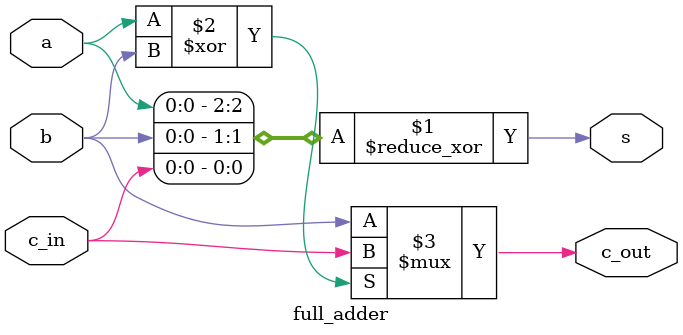
<source format=v>
`timescale 1ns / 1ns

module part1(a, b, c_in, s, c_out);
  input wire [3:0] a, b;
  input wire c_in;
  output wire [3:0] s, c_out;

  full_adder A0(a[0], b[0], c_in, s[0], c_out[0]);
  full_adder A1(a[1], b[1], c_out[0], s[1], c_out[1]);
  full_adder A2(a[2], b[2], c_out[1], s[2], c_out[2]);
  full_adder A3(a[3], b[3], c_out[2], s[3], c_out[3]);
endmodule

module full_adder(a, b, c_in, s, c_out);
  input a, b, c_in;
  output s, c_out;

  assign s = ^{a, b, c_in};
  assign c_out = (a^b) ? c_in : b;
endmodule
</source>
